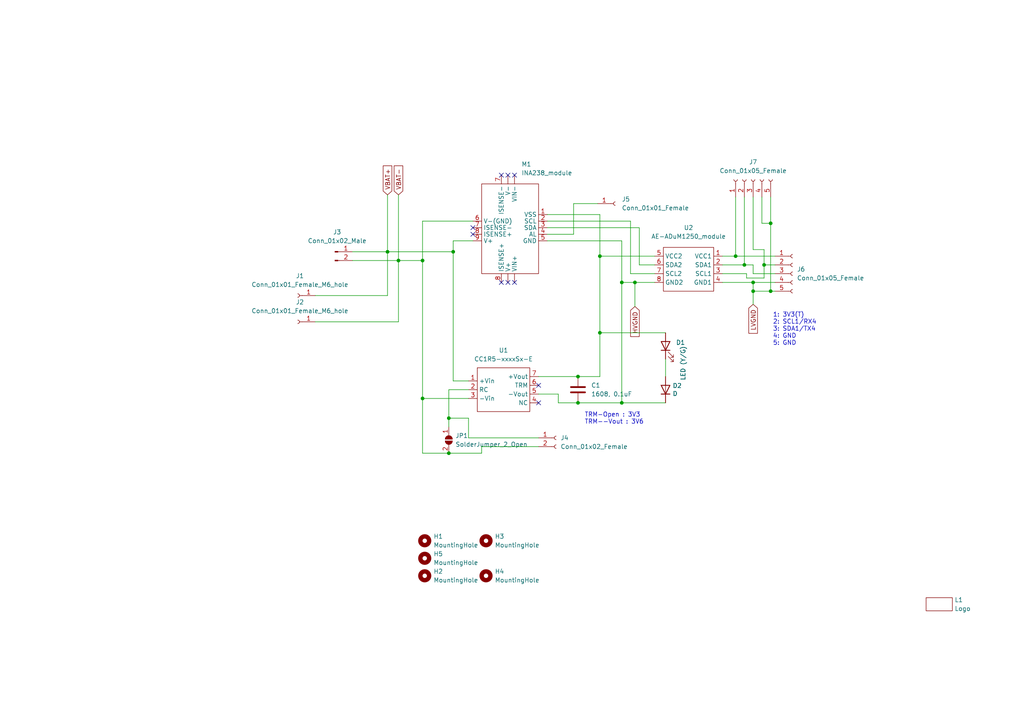
<source format=kicad_sch>
(kicad_sch (version 20211123) (generator eeschema)
  (paper "A4")
  (title_block (title "Voltage sensor mother board") (date "2022-11-30") (rev "3.0") (company "teTra Aviation Corp.") (comment 1 "v2.0: add LED and Capacitor") (comment 2 "v3.0: flip AE-Adum1250 module, side1 and side2"))
  (lib_symbols
    (symbol "Connector:Conn_01x01_Female" (pin_names (offset 1.016) hide)
      (property "Reference" "J" (at 0 2.54 0))
      (property "Value" "Conn_01x01_Female" (at 0 -2.54 0))
      (symbol "Conn_01x01_Female_1_1"
        (polyline (pts (xy -1.27 0) (xy -0.508 0)) (stroke (width 0.1524)))
        (arc (start 0 0.508) (mid -0.508 0) (end 0 -0.508) (stroke (width 0.1524)))
        (pin passive line (at -5.08 0 0) (length 3.81) (name "Pin_1") (number "1"))
      )
    )
    (symbol "Connector:Conn_01x02_Female" (pin_names (offset 1.016) hide)
      (property "Reference" "J" (at 0 2.54 0))
      (property "Value" "Conn_01x02_Female" (at 0 -5.08 0))
      (symbol "Conn_01x02_Female_1_1"
        (arc (start 0 -2.032) (mid -0.508 -2.54) (end 0 -3.048) (stroke (width 0.1524)))
        (polyline (pts (xy -1.27 -2.54) (xy -0.508 -2.54)) (stroke (width 0.1524)))
        (polyline (pts (xy -1.27 0) (xy -0.508 0)) (stroke (width 0.1524)))
        (arc (start 0 0.508) (mid -0.508 0) (end 0 -0.508) (stroke (width 0.1524)))
        (pin passive line (at -5.08 0 0) (length 3.81) (name "Pin_1") (number "1"))
        (pin passive line (at -5.08 -2.54 0) (length 3.81) (name "Pin_2") (number "2"))
      )
    )
    (symbol "Connector:Conn_01x02_Male" (pin_names (offset 1.016) hide)
      (property "Reference" "J" (at 0 2.54 0))
      (property "Value" "Conn_01x02_Male" (at 0 -5.08 0))
      (symbol "Conn_01x02_Male_1_1"
        (polyline (pts (xy 1.27 -2.54) (xy 0.8636 -2.54)) (stroke (width 0.1524)))
        (polyline (pts (xy 1.27 0) (xy 0.8636 0)) (stroke (width 0.1524)))
        (rectangle (start 0.8636 -2.413) (end 0 -2.667) (stroke (width 0.1524)) (fill (type outline)))
        (rectangle (start 0.8636 0.127) (end 0 -0.127) (stroke (width 0.1524)) (fill (type outline)))
        (pin passive line (at 5.08 0 180) (length 3.81) (name "Pin_1") (number "1"))
        (pin passive line (at 5.08 -2.54 180) (length 3.81) (name "Pin_2") (number "2"))
      )
    )
    (symbol "Connector:Conn_01x05_Female" (pin_names (offset 1.016) hide)
      (property "Reference" "J" (at 0 7.62 0))
      (property "Value" "Conn_01x05_Female" (at 0 -7.62 0))
      (symbol "Conn_01x05_Female_1_1"
        (arc (start 0 -4.572) (mid -0.508 -5.08) (end 0 -5.588) (stroke (width 0.1524)))
        (arc (start 0 -2.032) (mid -0.508 -2.54) (end 0 -3.048) (stroke (width 0.1524)))
        (polyline (pts (xy -1.27 -5.08) (xy -0.508 -5.08)) (stroke (width 0.1524)))
        (polyline (pts (xy -1.27 -2.54) (xy -0.508 -2.54)) (stroke (width 0.1524)))
        (polyline (pts (xy -1.27 0) (xy -0.508 0)) (stroke (width 0.1524)))
        (polyline (pts (xy -1.27 2.54) (xy -0.508 2.54)) (stroke (width 0.1524)))
        (polyline (pts (xy -1.27 5.08) (xy -0.508 5.08)) (stroke (width 0.1524)))
        (arc (start 0 0.508) (mid -0.508 0) (end 0 -0.508) (stroke (width 0.1524)))
        (arc (start 0 3.048) (mid -0.508 2.54) (end 0 2.032) (stroke (width 0.1524)))
        (arc (start 0 5.588) (mid -0.508 5.08) (end 0 4.572) (stroke (width 0.1524)))
        (pin passive line (at -5.08 5.08 0) (length 3.81) (name "Pin_1") (number "1"))
        (pin passive line (at -5.08 2.54 0) (length 3.81) (name "Pin_2") (number "2"))
        (pin passive line (at -5.08 0 0) (length 3.81) (name "Pin_3") (number "3"))
        (pin passive line (at -5.08 -2.54 0) (length 3.81) (name "Pin_4") (number "4"))
        (pin passive line (at -5.08 -5.08 0) (length 3.81) (name "Pin_5") (number "5"))
      )
    )
    (symbol "Device:C" (pin_numbers hide) (pin_names (offset 0.254))
      (property "Reference" "C" (at 0.635 2.54 0))
      (property "Value" "C" (at 0.635 -2.54 0))
      (symbol "C_0_1"
        (polyline (pts (xy -2.032 -0.762) (xy 2.032 -0.762)) (stroke (width 0.508)))
        (polyline (pts (xy -2.032 0.762) (xy 2.032 0.762)) (stroke (width 0.508)))
      )
      (symbol "C_1_1"
        (pin passive line (at 0 3.81 270) (length 2.794) (name "~") (number "1"))
        (pin passive line (at 0 -3.81 90) (length 2.794) (name "~") (number "2"))
      )
    )
    (symbol "Device:D" (pin_numbers hide) (pin_names (offset 1.016) hide)
      (property "Reference" "D" (at 0 2.54 0))
      (property "Value" "D" (at 0 -2.54 0))
      (symbol "D_0_1"
        (polyline (pts (xy -1.27 1.27) (xy -1.27 -1.27)) (stroke (width 0.254)))
        (polyline (pts (xy 1.27 0) (xy -1.27 0)))
        (polyline (pts (xy 1.27 1.27) (xy 1.27 -1.27) (xy -1.27 0) (xy 1.27 1.27)) (stroke (width 0.254)))
      )
      (symbol "D_1_1"
        (pin passive line (at -3.81 0 0) (length 2.54) (name "K") (number "1"))
        (pin passive line (at 3.81 0 180) (length 2.54) (name "A") (number "2"))
      )
    )
    (symbol "Device:LED" (pin_numbers hide) (pin_names (offset 1.016) hide)
      (property "Reference" "D" (at 0 2.54 0))
      (property "Value" "LED" (at 0 -2.54 0))
      (symbol "LED_0_1"
        (polyline (pts (xy -1.27 -1.27) (xy -1.27 1.27)) (stroke (width 0.254)))
        (polyline (pts (xy -1.27 0) (xy 1.27 0)))
        (polyline (pts (xy 1.27 -1.27) (xy 1.27 1.27) (xy -1.27 0) (xy 1.27 -1.27)) (stroke (width 0.254)))
        (polyline (pts (xy -3.048 -0.762) (xy -4.572 -2.286) (xy -3.81 -2.286) (xy -4.572 -2.286) (xy -4.572 -1.524)))
        (polyline (pts (xy -1.778 -0.762) (xy -3.302 -2.286) (xy -2.54 -2.286) (xy -3.302 -2.286) (xy -3.302 -1.524)))
      )
      (symbol "LED_1_1"
        (pin passive line (at -3.81 0 0) (length 2.54) (name "K") (number "1"))
        (pin passive line (at 3.81 0 180) (length 2.54) (name "A") (number "2"))
      )
    )
    (symbol "Jumper:SolderJumper_2_Open" (pin_names (offset 0) hide)
      (property "Reference" "JP" (at 0 2.032 0))
      (property "Value" "SolderJumper_2_Open" (at 0 -2.54 0))
      (symbol "SolderJumper_2_Open_0_1"
        (arc (start -0.254 1.016) (mid -1.27 0) (end -0.254 -1.016))
        (arc (start -0.254 1.016) (mid -1.27 0) (end -0.254 -1.016) (fill (type outline)))
        (polyline (pts (xy -0.254 1.016) (xy -0.254 -1.016)))
        (polyline (pts (xy 0.254 1.016) (xy 0.254 -1.016)))
        (arc (start 0.254 -1.016) (mid 1.27 0) (end 0.254 1.016))
        (arc (start 0.254 -1.016) (mid 1.27 0) (end 0.254 1.016) (fill (type outline)))
      )
      (symbol "SolderJumper_2_Open_1_1"
        (pin passive line (at -3.81 0 0) (length 2.54) (name "A") (number "1"))
        (pin passive line (at 3.81 0 180) (length 2.54) (name "B") (number "2"))
      )
    )
    (symbol "Mechanical:MountingHole" (pin_names (offset 1.016))
      (property "Reference" "H" (at 0 5.08 0))
      (property "Value" "MountingHole" (at 0 3.175 0))
      (symbol "MountingHole_0_1"
        (circle (center 0 0) (radius 1.27) (stroke (width 1.27)))
      )
    )
    (symbol "kicad6_teTra_library:AE-ADuM1250_module"
      (property "Reference" "U" (at 0 6.35 0))
      (property "Value" "AE-ADuM1250_module" (at 0 8.255 0))
      (symbol "AE-ADuM1250_module_0_1"
        (rectangle (start -7.62 5.08) (end 6.985 -7.62))
      )
      (symbol "AE-ADuM1250_module_1_1"
        (pin input line (at -10.16 2.54 0) (length 2.54) (name "VCC1") (number "1"))
        (pin bidirectional line (at -10.16 0 0) (length 2.54) (name "SDA1") (number "2"))
        (pin bidirectional line (at -10.16 -2.54 0) (length 2.54) (name "SCL1") (number "3"))
        (pin input line (at -10.16 -5.08 0) (length 2.54) (name "GND1") (number "4"))
        (pin input line (at 9.525 2.54 180) (length 2.54) (name "VCC2") (number "5"))
        (pin bidirectional line (at 9.525 0 180) (length 2.54) (name "SDA2") (number "6"))
        (pin bidirectional line (at 9.525 -2.54 180) (length 2.54) (name "SCL2") (number "7"))
        (pin input line (at 9.525 -5.08 180) (length 2.54) (name "GND2") (number "8"))
      )
    )
    (symbol "kicad6_teTra_library:CC1R5-xxxxSx-E"
      (property "Reference" "U" (at 0 7.62 0))
      (property "Value" "CC1R5-xxxxSx-E" (at 0 9.525 0))
      (symbol "CC1R5-xxxxSx-E_0_1"
        (rectangle (start -7.62 6.35) (end 7.62 -6.35))
      )
      (symbol "CC1R5-xxxxSx-E_1_1"
        (pin input line (at -10.16 2.54 0) (length 2.54) (name "+Vin") (number "1"))
        (pin input line (at -10.16 0 0) (length 2.54) (name "RC") (number "2"))
        (pin input line (at -10.16 -2.54 0) (length 2.54) (name "-Vin") (number "3"))
        (pin free line (at 10.16 -3.81 180) (length 2.54) (name "NC") (number "4"))
        (pin output line (at 10.16 -1.27 180) (length 2.54) (name "-Vout") (number "5"))
        (pin input line (at 10.16 1.27 180) (length 2.54) (name "TRM") (number "6"))
        (pin output line (at 10.16 3.81 180) (length 2.54) (name "+Vout") (number "7"))
      )
    )
    (symbol "kicad6_teTra_library:INA238_module"
      (property "Reference" "M" (at 0 20.32 0))
      (property "Value" "INA238_module" (at -0.635 22.225 0))
      (symbol "INA238_module_0_1"
        (rectangle (start -7.62 12.7) (end 8.89 -13.335))
      )
      (symbol "INA238_module_1_1"
        (pin input line (at 0 -15.875 90) (length 2.54) (name "V+") (number ""))
        (pin input line (at 0 15.24 270) (length 2.54) (name "V-") (number ""))
        (pin input line (at 1.905 -15.875 90) (length 2.54) (name "VIN+") (number ""))
        (pin input line (at 1.905 15.24 270) (length 2.54) (name "VIN-") (number ""))
        (pin input line (at 11.43 3.81 180) (length 2.54) (name "VSS") (number "1"))
        (pin input line (at 11.43 1.905 180) (length 2.54) (name "SCL") (number "2"))
        (pin bidirectional line (at 11.43 0 180) (length 2.54) (name "SDA") (number "3"))
        (pin input line (at 11.43 -1.905 180) (length 2.54) (name "AL") (number "4"))
        (pin input line (at 11.43 -3.81 180) (length 2.54) (name "GND") (number "5"))
        (pin input line (at -10.16 1.905 0) (length 2.54) (name "V-(GND)") (number "6"))
        (pin input line (at -10.16 0 0) (length 2.54) (name "ISENSE-") (number "7"))
        (pin input line (at -1.905 15.24 270) (length 2.54) (name "ISENSE-") (number "7"))
        (pin input line (at -10.16 -1.905 0) (length 2.54) (name "ISENSE+") (number "8"))
        (pin input line (at -1.905 -15.875 90) (length 2.54) (name "ISENSE+") (number "8"))
        (pin input line (at -10.16 -3.81 0) (length 2.54) (name "V+") (number "9"))
      )
    )
    (symbol "kicad_teTra_library-1:Logo" (pin_names (offset 1.016))
      (property "Reference" "L" (at 0 5.08 0))
      (property "Value" "Logo" (at 0 1.27 0))
      (symbol "Logo_0_1"
        (rectangle (start -3.81 3.81) (end 3.81 0))
      )
    )
  )
  (junction (at 122.555 115.57))
  (junction (at 180.34 81.915))
  (junction (at 180.34 116.84))
  (junction (at 167.64 116.84))
  (junction (at 130.175 121.285))
  (junction (at 173.99 96.52))
  (junction (at 112.395 73.025))
  (junction (at 221.615 76.835))
  (junction (at 131.445 73.025))
  (junction (at 223.52 64.77))
  (junction (at 215.9 76.835))
  (junction (at 167.64 109.22))
  (junction (at 173.99 74.295))
  (junction (at 218.44 84.455))
  (junction (at 115.57 75.565))
  (junction (at 122.555 75.565))
  (junction (at 184.15 81.915))
  (junction (at 218.44 81.915))
  (junction (at 223.52 84.455))
  (junction (at 213.36 74.295))
  (junction (at 130.175 131.445))
  (no_connect (at 149.225 50.8))
  (no_connect (at 137.16 66.04))
  (no_connect (at 145.415 50.8))
  (no_connect (at 147.32 50.8))
  (no_connect (at 137.16 67.945))
  (no_connect (at 149.225 81.915))
  (no_connect (at 147.32 81.915))
  (no_connect (at 145.415 81.915))
  (no_connect (at 156.21 111.76))
  (no_connect (at 156.21 116.84))
  (wire (pts (xy 218.44 84.455) (xy 218.44 88.265)))
  (wire (pts (xy 173.99 74.295) (xy 173.99 96.52)))
  (wire (pts (xy 130.175 121.285) (xy 130.175 123.825)))
  (wire (pts (xy 218.44 57.15) (xy 218.44 72.39)))
  (wire (pts (xy 130.175 131.445) (xy 139.7 131.445)))
  (wire (pts (xy 224.79 76.835) (xy 221.615 76.835)))
  (wire (pts (xy 135.89 127) (xy 135.89 121.285)))
  (wire (pts (xy 158.75 62.23) (xy 173.99 62.23)))
  (wire (pts (xy 213.36 57.15) (xy 213.36 74.295)))
  (wire (pts (xy 182.88 79.375) (xy 182.88 64.135)))
  (wire (pts (xy 135.89 110.49) (xy 131.445 110.49)))
  (wire (pts (xy 209.55 74.295) (xy 213.36 74.295)))
  (wire (pts (xy 112.395 85.725) (xy 91.44 85.725)))
  (wire (pts (xy 131.445 69.85) (xy 131.445 73.025)))
  (wire (pts (xy 130.175 131.445) (xy 122.555 131.445)))
  (wire (pts (xy 131.445 110.49) (xy 131.445 73.025)))
  (wire (pts (xy 102.235 75.565) (xy 115.57 75.565)))
  (wire (pts (xy 223.52 84.455) (xy 218.44 84.455)))
  (wire (pts (xy 218.44 79.375) (xy 218.44 76.835)))
  (wire (pts (xy 185.42 76.835) (xy 189.865 76.835)))
  (wire (pts (xy 173.99 109.22) (xy 167.64 109.22)))
  (wire (pts (xy 221.615 72.39) (xy 221.615 76.835)))
  (wire (pts (xy 209.55 81.915) (xy 218.44 81.915)))
  (wire (pts (xy 158.75 69.85) (xy 180.34 69.85)))
  (wire (pts (xy 158.75 66.04) (xy 185.42 66.04)))
  (wire (pts (xy 223.52 64.77) (xy 220.98 64.77)))
  (wire (pts (xy 218.44 72.39) (xy 221.615 72.39)))
  (wire (pts (xy 215.9 57.15) (xy 215.9 76.835)))
  (wire (pts (xy 131.445 73.025) (xy 112.395 73.025)))
  (wire (pts (xy 173.99 62.23) (xy 173.99 74.295)))
  (wire (pts (xy 184.15 88.9) (xy 184.15 81.915)))
  (wire (pts (xy 167.64 116.84) (xy 161.925 116.84)))
  (wire (pts (xy 115.57 75.565) (xy 122.555 75.565)))
  (wire (pts (xy 216.535 79.375) (xy 209.55 79.375)))
  (wire (pts (xy 224.79 84.455) (xy 223.52 84.455)))
  (wire (pts (xy 180.34 116.84) (xy 193.04 116.84)))
  (wire (pts (xy 115.57 56.515) (xy 115.57 75.565)))
  (wire (pts (xy 218.44 84.455) (xy 218.44 81.915)))
  (wire (pts (xy 221.615 80.645) (xy 216.535 80.645)))
  (wire (pts (xy 139.7 129.54) (xy 156.21 129.54)))
  (wire (pts (xy 161.925 114.3) (xy 156.21 114.3)))
  (wire (pts (xy 122.555 75.565) (xy 122.555 115.57)))
  (wire (pts (xy 161.925 116.84) (xy 161.925 114.3)))
  (wire (pts (xy 221.615 76.835) (xy 221.615 80.645)))
  (wire (pts (xy 223.52 64.77) (xy 223.52 84.455)))
  (wire (pts (xy 173.99 96.52) (xy 173.99 109.22)))
  (wire (pts (xy 112.395 56.515) (xy 112.395 73.025)))
  (wire (pts (xy 173.355 59.055) (xy 166.37 59.055)))
  (wire (pts (xy 122.555 115.57) (xy 135.89 115.57)))
  (wire (pts (xy 115.57 93.345) (xy 91.44 93.345)))
  (wire (pts (xy 166.37 59.055) (xy 166.37 67.945)))
  (wire (pts (xy 137.16 69.85) (xy 131.445 69.85)))
  (wire (pts (xy 220.98 64.77) (xy 220.98 57.15)))
  (wire (pts (xy 180.34 81.915) (xy 180.34 116.84)))
  (wire (pts (xy 213.36 74.295) (xy 224.79 74.295)))
  (wire (pts (xy 180.34 81.915) (xy 184.15 81.915)))
  (wire (pts (xy 189.865 79.375) (xy 182.88 79.375)))
  (wire (pts (xy 180.34 116.84) (xy 167.64 116.84)))
  (wire (pts (xy 223.52 57.15) (xy 223.52 64.77)))
  (wire (pts (xy 215.9 76.835) (xy 218.44 76.835)))
  (wire (pts (xy 182.88 64.135) (xy 158.75 64.135)))
  (wire (pts (xy 224.79 79.375) (xy 218.44 79.375)))
  (wire (pts (xy 209.55 76.835) (xy 215.9 76.835)))
  (wire (pts (xy 167.64 109.22) (xy 156.21 109.22)))
  (wire (pts (xy 130.175 113.03) (xy 130.175 121.285)))
  (wire (pts (xy 122.555 131.445) (xy 122.555 115.57)))
  (wire (pts (xy 122.555 64.135) (xy 137.16 64.135)))
  (wire (pts (xy 173.99 96.52) (xy 193.04 96.52)))
  (wire (pts (xy 216.535 80.645) (xy 216.535 79.375)))
  (wire (pts (xy 156.21 127) (xy 135.89 127)))
  (wire (pts (xy 112.395 73.025) (xy 112.395 85.725)))
  (wire (pts (xy 218.44 81.915) (xy 224.79 81.915)))
  (wire (pts (xy 193.04 104.14) (xy 193.04 109.22)))
  (wire (pts (xy 185.42 66.04) (xy 185.42 76.835)))
  (wire (pts (xy 135.89 113.03) (xy 130.175 113.03)))
  (wire (pts (xy 180.34 69.85) (xy 180.34 81.915)))
  (wire (pts (xy 115.57 75.565) (xy 115.57 93.345)))
  (wire (pts (xy 135.89 121.285) (xy 130.175 121.285)))
  (wire (pts (xy 122.555 75.565) (xy 122.555 64.135)))
  (wire (pts (xy 166.37 67.945) (xy 158.75 67.945)))
  (wire (pts (xy 112.395 73.025) (xy 102.235 73.025)))
  (wire (pts (xy 184.15 81.915) (xy 189.865 81.915)))
  (wire (pts (xy 173.99 74.295) (xy 189.865 74.295)))
  (wire (pts (xy 139.7 129.54) (xy 139.7 131.445)))
  (text "1: 3V3(T)\n2: SCL1/RX4\n3: SDA1/TX4\n4: GND\n5: GND" (at 224.155 100.33 0) (effects (font (size 1.27 1.27)) (justify left bottom)))
  (text "TRM-Open : 3V3\nTRM--Vout : 3V6" (at 169.545 123.19 0) (effects (font (size 1.27 1.27)) (justify left bottom)))
  (global_label "VBAT+" (shape input) (at 112.395 56.515 90) (property "Intersheet References" "${INTERSHEET_REFS}" (effects hide)))
  (global_label "VBAT-" (shape input) (at 115.57 56.515 90) (property "Intersheet References" "${INTERSHEET_REFS}" (effects hide)))
  (global_label "LVGND" (shape input) (at 218.44 88.265 270) (property "Intersheet References" "${INTERSHEET_REFS}" (effects hide)))
  (global_label "HVGND" (shape input) (at 184.15 88.9 270) (property "Intersheet References" "${INTERSHEET_REFS}" (effects hide)))
  (symbol (lib_id "Mechanical:MountingHole") (at 123.19 161.925 0) (unit 1)
    (property "Reference" "H5" (at 125.73 160.6549 0) (effects (justify left)))
    (property "Value" "MountingHole" (at 125.73 163.1949 0) (effects (justify left)))
    (property "Footprint" "MountingHole:MountingHole_3.2mm_M3_ISO7380" (effects hide))
  )
  (symbol (lib_id "Connector:Conn_01x01_Female") (at 178.435 59.055 0) (unit 1)
    (property "Reference" "J5" (at 180.34 57.7849 0) (effects (justify left)))
    (property "Value" "Conn_01x01_Female" (at 180.34 60.3249 0) (effects (justify left)))
    (property "Footprint" "Connector_PinHeader_2.54mm:PinHeader_1x01_P2.54mm_Vertical" (effects hide))
  )
  (symbol (lib_id "kicad6_teTra_library:CC1R5-xxxxSx-E") (at 146.05 113.03 0) (unit 1)
    (property "Reference" "U1" (at 146.05 101.6 0))
    (property "Value" "CC1R5-xxxxSx-E" (at 146.05 104.14 0))
    (property "Footprint" "kicad_teTra_footprint:CC1R5-4803SR-E" (effects hide))
  )
  (symbol (lib_id "Connector:Conn_01x02_Male") (at 97.155 73.025 0) (unit 1)
    (property "Reference" "J3" (at 97.79 67.31 0))
    (property "Value" "Conn_01x02_Male" (at 97.79 69.85 0))
    (property "Footprint" "Connector_JST:JST_VH_B2P-VH-B_1x02_P3.96mm_Vertical" (effects hide))
  )
  (symbol (lib_id "Device:C") (at 167.64 113.03 0) (unit 1)
    (property "Reference" "C1" (at 171.45 111.7599 0) (effects (justify left)))
    (property "Value" "1608, 0.1uF" (at 171.45 114.2999 0) (effects (justify left)))
    (property "Footprint" "Capacitor_SMD:C_0603_1608Metric_Pad1.08x0.95mm_HandSolder" (effects hide))
  )
  (symbol (lib_id "Mechanical:MountingHole") (at 123.19 167.005 0) (unit 1)
    (property "Reference" "H2" (at 125.73 165.7349 0) (effects (justify left)))
    (property "Value" "MountingHole" (at 125.73 168.2749 0) (effects (justify left)))
    (property "Footprint" "MountingHole:MountingHole_3.2mm_M3_ISO7380" (effects hide))
  )
  (symbol (lib_id "kicad6_teTra_library:AE-ADuM1250_module") (at 199.39 76.835 0) (mirror y) (unit 1)
    (property "Reference" "U2" (at 199.7075 66.04 0))
    (property "Value" "AE-ADuM1250_module" (at 199.7075 68.58 0))
    (property "Footprint" "kicad_teTra_footprint:AE-ADuM1250_module" (effects hide))
  )
  (symbol (lib_id "kicad_teTra_library-1:Logo") (at 272.415 177.165 0) (unit 1)
    (property "Reference" "L1" (at 276.86 173.9899 0) (effects (justify left)))
    (property "Value" "Logo" (at 276.86 176.5299 0) (effects (justify left)))
    (property "Footprint" "kicad_teTra_footprint:teTra-logo" (effects hide))
  )
  (symbol (lib_id "Mechanical:MountingHole") (at 123.19 156.845 0) (unit 1)
    (property "Reference" "H1" (at 125.73 155.5749 0) (effects (justify left)))
    (property "Value" "MountingHole" (at 125.73 158.1149 0) (effects (justify left)))
    (property "Footprint" "MountingHole:MountingHole_3.2mm_M3_ISO7380" (effects hide))
  )
  (symbol (lib_id "Connector:Conn_01x05_Female") (at 229.87 79.375 0) (unit 1)
    (property "Reference" "J6" (at 231.14 78.1049 0) (effects (justify left)))
    (property "Value" "Conn_01x05_Female" (at 231.14 80.6449 0) (effects (justify left)))
    (property "Footprint" "Connector_PinHeader_2.54mm:PinHeader_1x05_P2.54mm_Vertical" (effects hide))
  )
  (symbol (lib_id "Connector:Conn_01x02_Female") (at 161.29 127 0) (unit 1)
    (property "Reference" "J4" (at 162.56 126.9999 0) (effects (justify left)))
    (property "Value" "Conn_01x02_Female" (at 162.56 129.5399 0) (effects (justify left)))
    (property "Footprint" "Connector_JST:JST_XH_B2B-XH-A_1x02_P2.50mm_Vertical" (effects hide))
  )
  (symbol (lib_id "Device:LED") (at 193.04 100.33 90) (unit 1)
    (property "Reference" "D1" (at 196.0372 99.3394 90) (effects (justify right)))
    (property "Value" "LED (Y/G)" (at 198.12 100.33 0) (effects (justify right)))
    (property "Footprint" "LED_SMD:LED_0603_1608Metric_Pad1.05x0.95mm_HandSolder" (effects hide))
  )
  (symbol (lib_id "Connector:Conn_01x01_Female") (at 86.36 93.345 180) (unit 1)
    (property "Reference" "J2" (at 86.995 87.63 0))
    (property "Value" "Conn_01x01_Female_M6_hole" (at 86.995 90.17 0))
    (property "Footprint" "MountingHole:MountingHole_6.4mm_M6_Pad_TopBottom" (effects hide))
  )
  (symbol (lib_id "Mechanical:MountingHole") (at 140.97 167.005 0) (unit 1)
    (property "Reference" "H4" (at 143.51 165.7349 0) (effects (justify left)))
    (property "Value" "MountingHole" (at 143.51 168.2749 0) (effects (justify left)))
    (property "Footprint" "MountingHole:MountingHole_3.2mm_M3_ISO7380" (effects hide))
  )
  (symbol (lib_id "kicad6_teTra_library:INA238_module") (at 147.32 66.04 0) (unit 1)
    (property "Reference" "M1" (at 151.2444 47.625 0) (effects (justify left)))
    (property "Value" "INA238_module" (at 151.2444 50.165 0) (effects (justify left)))
    (property "Footprint" "kicad_teTra_footprint:INA238_module" (effects hide))
  )
  (symbol (lib_id "Connector:Conn_01x01_Female") (at 86.36 85.725 180) (unit 1)
    (property "Reference" "J1" (at 86.995 80.01 0))
    (property "Value" "Conn_01x01_Female_M6_hole" (at 86.995 82.55 0))
    (property "Footprint" "MountingHole:MountingHole_6.4mm_M6_Pad_TopBottom" (effects hide))
  )
  (symbol (lib_id "Jumper:SolderJumper_2_Open") (at 130.175 127.635 270) (unit 1)
    (property "Reference" "JP1" (at 132.08 126.3649 90) (effects (justify left)))
    (property "Value" "SolderJumper_2_Open" (at 132.08 128.9049 90) (effects (justify left)))
    (property "Footprint" "Jumper:SolderJumper-2_P1.3mm_Open_Pad1.0x1.5mm" (effects hide))
  )
  (symbol (lib_id "Mechanical:MountingHole") (at 140.97 156.845 0) (unit 1)
    (property "Reference" "H3" (at 143.51 155.5749 0) (effects (justify left)))
    (property "Value" "MountingHole" (at 143.51 158.1149 0) (effects (justify left)))
    (property "Footprint" "MountingHole:MountingHole_3.2mm_M3_ISO7380" (effects hide))
  )
  (symbol (lib_id "Device:D") (at 193.04 113.03 90) (unit 1)
    (property "Reference" "D2" (at 195.072 111.8616 90) (effects (justify right)))
    (property "Value" "D" (at 195.072 114.173 90) (effects (justify right)))
    (property "Footprint" "kicad_teTra_footprint:CRD_S_Series" (effects hide))
  )
  (symbol (lib_id "Connector:Conn_01x05_Female") (at 218.44 52.07 90) (unit 1)
    (property "Reference" "J7" (at 218.44 46.99 90))
    (property "Value" "Conn_01x05_Female" (at 218.44 49.53 90))
    (property "Footprint" "Connector_JST:JST_XH_B5B-XH-A_1x05_P2.50mm_Vertical" (effects hide))
  )
)
</source>
